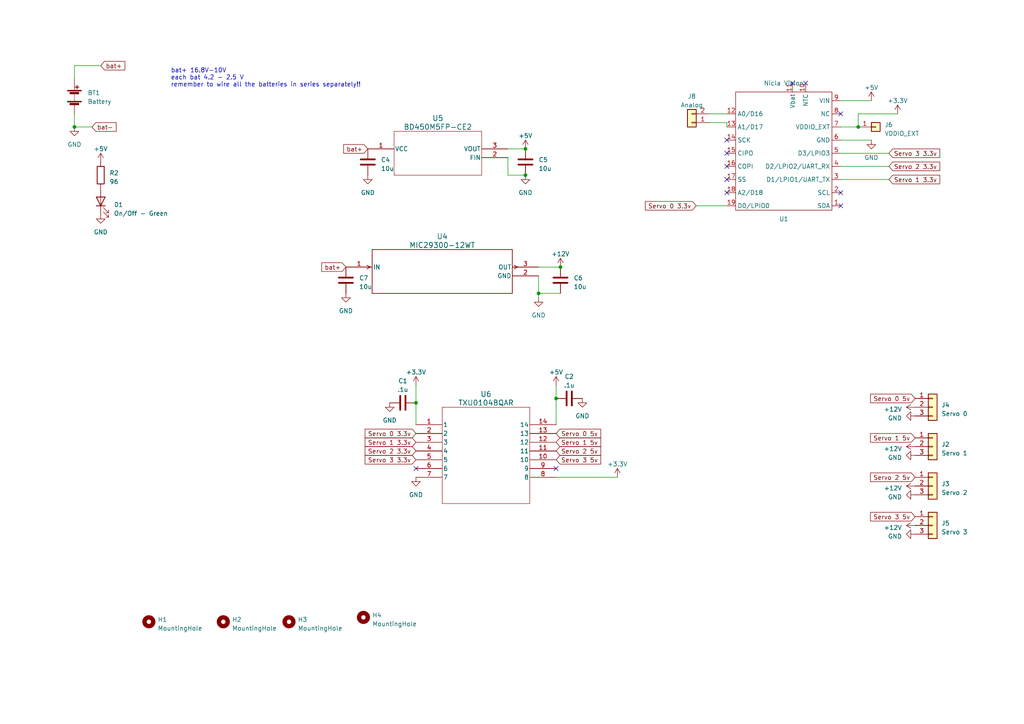
<source format=kicad_sch>
(kicad_sch (version 20231120) (generator "eeschema") (generator_version "8.0")
  (paper "A4")
  (lib_symbols
    (symbol "BD450M5FP:BD450M5FP-CE2" (pin_names (offset 0.254))
      (property "Reference" "U5" (at 20.32 8.89 0))
      (property "Value" "BD450M5FP-CE2" (at 20.32 6.35 0))
      (symbol "BD450M5FP-CE2_0_1"
        (polyline (pts (xy 7.62 -7.62) (xy 33.02 -7.62)) (stroke (width 0.127)))
        (polyline (pts (xy 7.62 5.08) (xy 7.62 -7.62)) (stroke (width 0.127)))
        (polyline (pts (xy 33.02 -7.62) (xy 33.02 5.08)) (stroke (width 0.127)))
        (polyline (pts (xy 33.02 5.08) (xy 7.62 5.08)) (stroke (width 0.127)))
        (pin power_in line (at 0 0 0) (length 7.62) (name "VCC") (number "1"))
        (pin power_in line (at 40.64 -2.54 180) (length 7.62) (name "FIN") (number "2"))
        (pin output line (at 40.64 0 180) (length 7.62) (name "VOUT") (number "3"))
      )
    )
    (symbol "Connector_Generic:Conn_01x01" (pin_names (offset 1.016) hide)
      (property "Reference" "J" (at 0 2.54 0))
      (property "Value" "Conn_01x01" (at 0 -2.54 0))
      (symbol "Conn_01x01_1_1"
        (rectangle (start -1.27 0.127) (end 0 -0.127) (stroke (width 0.1524)))
        (rectangle (start -1.27 1.27) (end 1.27 -1.27) (stroke (width 0.254)) (fill (type background)))
        (pin passive line (at -5.08 0 0) (length 3.81) (name "Pin_1") (number "1"))
      )
    )
    (symbol "Connector_Generic:Conn_01x02" (pin_names (offset 1.016) hide)
      (property "Reference" "J" (at 0 2.54 0))
      (property "Value" "Conn_01x02" (at 0 -5.08 0))
      (symbol "Conn_01x02_1_1"
        (rectangle (start -1.27 -2.413) (end 0 -2.667) (stroke (width 0.1524)))
        (rectangle (start -1.27 0.127) (end 0 -0.127) (stroke (width 0.1524)))
        (rectangle (start -1.27 1.27) (end 1.27 -3.81) (stroke (width 0.254)) (fill (type background)))
        (pin passive line (at -5.08 0 0) (length 3.81) (name "Pin_1") (number "1"))
        (pin passive line (at -5.08 -2.54 0) (length 3.81) (name "Pin_2") (number "2"))
      )
    )
    (symbol "Connector_Generic:Conn_01x03" (pin_names (offset 1.016) hide)
      (property "Reference" "J" (at 0 5.08 0))
      (property "Value" "Conn_01x03" (at 0 -5.08 0))
      (symbol "Conn_01x03_1_1"
        (rectangle (start -1.27 -2.413) (end 0 -2.667) (stroke (width 0.1524)))
        (rectangle (start -1.27 0.127) (end 0 -0.127) (stroke (width 0.1524)))
        (rectangle (start -1.27 2.667) (end 0 2.413) (stroke (width 0.1524)))
        (rectangle (start -1.27 3.81) (end 1.27 -3.81) (stroke (width 0.254)) (fill (type background)))
        (pin passive line (at -5.08 2.54 0) (length 3.81) (name "Pin_1") (number "1"))
        (pin passive line (at -5.08 0 0) (length 3.81) (name "Pin_2") (number "2"))
        (pin passive line (at -5.08 -2.54 0) (length 3.81) (name "Pin_3") (number "3"))
      )
    )
    (symbol "Device:Battery" (pin_numbers hide) (pin_names (offset 0) hide)
      (property "Reference" "BT" (at 2.54 2.54 0))
      (property "Value" "Battery" (at 2.54 0 0))
      (symbol "Battery_0_1"
        (rectangle (start -2.032 -1.397) (end 2.032 -1.651) (fill (type outline)))
        (rectangle (start -2.032 1.778) (end 2.032 1.524) (fill (type outline)))
        (rectangle (start -1.3208 -1.9812) (end 1.27 -2.4892) (fill (type outline)))
        (rectangle (start -1.3208 1.1938) (end 1.27 0.6858) (fill (type outline)))
        (polyline (pts (xy 0 -1.524) (xy 0 -1.27)))
        (polyline (pts (xy 0 -1.016) (xy 0 -0.762)))
        (polyline (pts (xy 0 -0.508) (xy 0 -0.254)))
        (polyline (pts (xy 0 0) (xy 0 0.254)))
        (polyline (pts (xy 0 0.508) (xy 0 0.762)))
        (polyline (pts (xy 0 1.778) (xy 0 2.54)))
        (polyline (pts (xy 0.254 2.667) (xy 1.27 2.667)) (stroke (width 0.254)))
        (polyline (pts (xy 0.762 3.175) (xy 0.762 2.159)) (stroke (width 0.254)))
      )
      (symbol "Battery_1_1"
        (pin passive line (at 0 5.08 270) (length 2.54) (name "+") (number "1"))
        (pin passive line (at 0 -5.08 90) (length 2.54) (name "-") (number "2"))
      )
    )
    (symbol "Device:C" (pin_numbers hide) (pin_names (offset 0.254))
      (property "Reference" "C" (at 0.635 2.54 0))
      (property "Value" "C" (at 0.635 -2.54 0))
      (symbol "C_0_1"
        (polyline (pts (xy -2.032 -0.762) (xy 2.032 -0.762)) (stroke (width 0.508)))
        (polyline (pts (xy -2.032 0.762) (xy 2.032 0.762)) (stroke (width 0.508)))
      )
      (symbol "C_1_1"
        (pin passive line (at 0 3.81 270) (length 2.794) (name "~") (number "1"))
        (pin passive line (at 0 -3.81 90) (length 2.794) (name "~") (number "2"))
      )
    )
    (symbol "Device:LED" (pin_numbers hide) (pin_names (offset 1.016) hide)
      (property "Reference" "D" (at 0 2.54 0))
      (property "Value" "LED" (at 0 -2.54 0))
      (symbol "LED_0_1"
        (polyline (pts (xy -1.27 -1.27) (xy -1.27 1.27)) (stroke (width 0.254)))
        (polyline (pts (xy -1.27 0) (xy 1.27 0)))
        (polyline (pts (xy 1.27 -1.27) (xy 1.27 1.27) (xy -1.27 0) (xy 1.27 -1.27)) (stroke (width 0.254)))
        (polyline (pts (xy -3.048 -0.762) (xy -4.572 -2.286) (xy -3.81 -2.286) (xy -4.572 -2.286) (xy -4.572 -1.524)))
        (polyline (pts (xy -1.778 -0.762) (xy -3.302 -2.286) (xy -2.54 -2.286) (xy -3.302 -2.286) (xy -3.302 -1.524)))
      )
      (symbol "LED_1_1"
        (pin passive line (at -3.81 0 0) (length 2.54) (name "K") (number "1"))
        (pin passive line (at 3.81 0 180) (length 2.54) (name "A") (number "2"))
      )
    )
    (symbol "Device:R" (pin_numbers hide) (pin_names (offset 0))
      (property "Reference" "R" (at 2.032 0 90))
      (property "Value" "R" (at 0 0 90))
      (symbol "R_0_1"
        (rectangle (start -1.016 -2.54) (end 1.016 2.54) (stroke (width 0.254)))
      )
      (symbol "R_1_1"
        (pin passive line (at 0 3.81 270) (length 1.27) (name "~") (number "1"))
        (pin passive line (at 0 -3.81 90) (length 1.27) (name "~") (number "2"))
      )
    )
    (symbol "MIC29300-12WT:MIC29300-12WT" (pin_names (offset 0.254))
      (property "Reference" "U" (at 27.94 10.16 0))
      (property "Value" "MIC29300-12WT" (at 27.94 7.62 0))
      (symbol "MIC29300-12WT_0_1"
        (polyline (pts (xy 7.0993 0) (xy 6.0579 -0.5207)) (stroke (width 0.2032)))
        (polyline (pts (xy 7.0993 0) (xy 6.0579 0.5207)) (stroke (width 0.2032)))
        (polyline (pts (xy 7.62 -7.62) (xy 48.26 -7.62)) (stroke (width 0.2032)))
        (polyline (pts (xy 7.62 5.08) (xy 7.62 -7.62)) (stroke (width 0.2032)))
        (polyline (pts (xy 48.26 -7.62) (xy 48.26 5.08)) (stroke (width 0.2032)))
        (polyline (pts (xy 48.26 5.08) (xy 7.62 5.08)) (stroke (width 0.2032)))
        (polyline (pts (xy 48.7807 -0.5207) (xy 49.8221 0)) (stroke (width 0.2032)))
        (polyline (pts (xy 48.7807 0.5207) (xy 49.8221 0)) (stroke (width 0.2032)))
        (pin input line (at 0 0 0) (length 7.62) (name "IN") (number "1"))
        (pin power_in line (at 55.88 -2.54 180) (length 7.62) (name "GND") (number "2"))
        (pin output line (at 55.88 0 180) (length 7.62) (name "OUT") (number "3"))
      )
    )
    (symbol "Mechanical:MountingHole" (pin_names (offset 1.016))
      (property "Reference" "H" (at 0 5.08 0))
      (property "Value" "MountingHole" (at 0 3.175 0))
      (symbol "MountingHole_0_1"
        (circle (center 0 0) (radius 1.27) (stroke (width 1.27)))
      )
    )
    (symbol "Mini_rocket:Nicla_Vision"
      (property "Reference" "U" (at 0 0 0))
      (symbol "Nicla_Vision_0_1"
        (rectangle (start -13.97 -2.54) (end 13.97 -36.83))
      )
      (symbol "Nicla_Vision_1_1"
        (pin bidirectional line (at 16.51 -35.56 180) (length 2.54) (name "SDA") (number "1"))
        (pin passive line (at 6.35 0 270) (length 2.54) (name "NTC") (number "10"))
        (pin power_in line (at 2.54 0 270) (length 2.54) (name "Vbat") (number "11"))
        (pin bidirectional line (at -16.51 -8.89 0) (length 2.54) (name "A0/D16") (number "12"))
        (pin bidirectional line (at -16.51 -12.7 0) (length 2.54) (name "A1/D17") (number "13"))
        (pin bidirectional line (at -16.51 -16.51 0) (length 2.54) (name "SCK") (number "14"))
        (pin bidirectional line (at -16.51 -20.32 0) (length 2.54) (name "CIPO") (number "15"))
        (pin bidirectional line (at -16.51 -24.13 0) (length 2.54) (name "COPI") (number "16"))
        (pin bidirectional line (at -16.51 -27.94 0) (length 2.54) (name "SS") (number "17"))
        (pin bidirectional line (at -16.51 -31.75 0) (length 2.54) (name "A2/D18") (number "18"))
        (pin bidirectional line (at -16.51 -35.56 0) (length 2.54) (name "D0/LPIO0") (number "19"))
        (pin bidirectional line (at 16.51 -31.75 180) (length 2.54) (name "SCL") (number "2"))
        (pin bidirectional line (at 16.51 -27.94 180) (length 2.54) (name "D1/LPIO1/UART_TX") (number "3"))
        (pin bidirectional line (at 16.51 -24.13 180) (length 2.54) (name "D2/LPIO2/UART_RX") (number "4"))
        (pin bidirectional line (at 16.51 -20.32 180) (length 2.54) (name "D3/LPIO3") (number "5"))
        (pin power_in line (at 16.51 -16.51 180) (length 2.54) (name "GND") (number "6"))
        (pin power_out line (at 16.51 -12.7 180) (length 2.54) (name "VDDIO_EXT") (number "7"))
        (pin passive line (at 16.51 -8.89 180) (length 2.54) (name "NC") (number "8"))
        (pin power_in line (at 16.51 -5.08 180) (length 2.54) (name "VIN") (number "9"))
      )
    )
    (symbol "TXU0104BQAR:TXU0104BQAR" (pin_names (offset 0.254))
      (property "Reference" "U6" (at 20.32 8.89 0))
      (property "Value" "TXU0104BQAR" (at 20.32 6.35 0))
      (symbol "TXU0104BQAR_0_1"
        (polyline (pts (xy 7.62 -22.86) (xy 33.02 -22.86)) (stroke (width 0.127)))
        (polyline (pts (xy 7.62 5.08) (xy 7.62 -22.86)) (stroke (width 0.127)))
        (polyline (pts (xy 33.02 -22.86) (xy 33.02 5.08)) (stroke (width 0.127)))
        (polyline (pts (xy 33.02 5.08) (xy 7.62 5.08)) (stroke (width 0.127)))
        (pin unspecified line (at 0 0 0) (length 7.62) (name "1") (number "1"))
        (pin unspecified line (at 40.64 -10.16 180) (length 7.62) (name "10") (number "10"))
        (pin unspecified line (at 40.64 -7.62 180) (length 7.62) (name "11") (number "11"))
        (pin unspecified line (at 40.64 -5.08 180) (length 7.62) (name "12") (number "12"))
        (pin unspecified line (at 40.64 -2.54 180) (length 7.62) (name "13") (number "13"))
        (pin unspecified line (at 40.64 0 180) (length 7.62) (name "14") (number "14"))
        (pin unspecified line (at 0 -2.54 0) (length 7.62) (name "2") (number "2"))
        (pin unspecified line (at 0 -5.08 0) (length 7.62) (name "3") (number "3"))
        (pin unspecified line (at 0 -7.62 0) (length 7.62) (name "4") (number "4"))
        (pin unspecified line (at 0 -10.16 0) (length 7.62) (name "5") (number "5"))
        (pin unspecified line (at 0 -12.7 0) (length 7.62) (name "6") (number "6"))
        (pin unspecified line (at 0 -15.24 0) (length 7.62) (name "7") (number "7"))
        (pin unspecified line (at 40.64 -15.24 180) (length 7.62) (name "8") (number "8"))
        (pin unspecified line (at 40.64 -12.7 180) (length 7.62) (name "9") (number "9"))
      )
    )
    (symbol "power:+12V" (power) (pin_names (offset 0))
      (property "Value" "+12V" (at 0 3.556 0))
      (symbol "+12V_0_1"
        (polyline (pts (xy -0.762 1.27) (xy 0 2.54)))
        (polyline (pts (xy 0 0) (xy 0 2.54)))
        (polyline (pts (xy 0 2.54) (xy 0.762 1.27)))
      )
      (symbol "+12V_1_1"
        (pin power_in line (at 0 0 90) (length 0) hide (name "+12V") (number "1"))
      )
    )
    (symbol "power:+3.3V" (power) (pin_names (offset 0))
      (property "Value" "+3.3V" (at 0 3.556 0))
      (symbol "+3.3V_0_1"
        (polyline (pts (xy -0.762 1.27) (xy 0 2.54)))
        (polyline (pts (xy 0 0) (xy 0 2.54)))
        (polyline (pts (xy 0 2.54) (xy 0.762 1.27)))
      )
      (symbol "+3.3V_1_1"
        (pin power_in line (at 0 0 90) (length 0) hide (name "+3.3V") (number "1"))
      )
    )
    (symbol "power:+5V" (power) (pin_names (offset 0))
      (property "Value" "+5V" (at 0 3.556 0))
      (symbol "+5V_0_1"
        (polyline (pts (xy -0.762 1.27) (xy 0 2.54)))
        (polyline (pts (xy 0 0) (xy 0 2.54)))
        (polyline (pts (xy 0 2.54) (xy 0.762 1.27)))
      )
      (symbol "+5V_1_1"
        (pin power_in line (at 0 0 90) (length 0) hide (name "+5V") (number "1"))
      )
    )
    (symbol "power:GND" (power) (pin_names (offset 0))
      (property "Value" "GND" (at 0 -3.81 0))
      (symbol "GND_0_1"
        (polyline (pts (xy 0 0) (xy 0 -1.27) (xy 1.27 -1.27) (xy 0 -2.54) (xy -1.27 -1.27) (xy 0 -1.27)))
      )
      (symbol "GND_1_1"
        (pin power_in line (at 0 0 270) (length 0) hide (name "GND") (number "1"))
      )
    )
  )
  (junction (at 156.21 85.09))
  (junction (at 120.65 116.84))
  (junction (at 161.29 115.57))
  (junction (at 152.4 43.18))
  (junction (at 162.56 77.47))
  (junction (at 248.92 36.83))
  (junction (at 152.4 50.8))
  (junction (at 21.59 36.83))
  (no_connect (at 243.84 33.02))
  (no_connect (at 210.82 52.07))
  (no_connect (at 210.82 40.64))
  (no_connect (at 120.65 135.89))
  (no_connect (at 229.87 24.13))
  (no_connect (at 210.82 44.45))
  (no_connect (at 210.82 55.88))
  (no_connect (at 161.29 135.89))
  (no_connect (at 233.68 24.13))
  (no_connect (at 243.84 59.69))
  (no_connect (at 210.82 48.26))
  (no_connect (at 243.84 55.88))
  (wire (pts (xy 156.21 77.47) (xy 162.56 77.47)))
  (wire (pts (xy 205.74 35.56) (xy 210.82 35.56)))
  (wire (pts (xy 210.82 35.56) (xy 210.82 36.83)))
  (wire (pts (xy 205.74 33.02) (xy 210.82 33.02)))
  (wire (pts (xy 248.92 36.83) (xy 248.92 33.02)))
  (wire (pts (xy 21.59 36.83) (xy 26.67 36.83)))
  (wire (pts (xy 156.21 85.09) (xy 162.56 85.09)))
  (wire (pts (xy 161.29 111.76) (xy 161.29 115.57)))
  (wire (pts (xy 21.59 19.05) (xy 21.59 22.86)))
  (wire (pts (xy 161.29 115.57) (xy 161.29 123.19)))
  (wire (pts (xy 243.84 29.21) (xy 252.73 29.21)))
  (wire (pts (xy 120.65 116.84) (xy 120.65 123.19)))
  (wire (pts (xy 243.84 52.07) (xy 257.81 52.07)))
  (wire (pts (xy 156.21 86.36) (xy 156.21 85.09)))
  (wire (pts (xy 161.29 138.43) (xy 179.07 138.43)))
  (wire (pts (xy 243.84 44.45) (xy 257.81 44.45)))
  (wire (pts (xy 248.92 33.02) (xy 260.35 33.02)))
  (wire (pts (xy 156.21 85.09) (xy 156.21 80.01)))
  (wire (pts (xy 147.32 45.72) (xy 147.32 50.8)))
  (wire (pts (xy 243.84 40.64) (xy 252.73 40.64)))
  (wire (pts (xy 147.32 50.8) (xy 152.4 50.8)))
  (wire (pts (xy 201.93 59.69) (xy 210.82 59.69)))
  (wire (pts (xy 120.65 111.76) (xy 120.65 116.84)))
  (wire (pts (xy 248.92 36.83) (xy 243.84 36.83)))
  (wire (pts (xy 21.59 19.05) (xy 29.21 19.05)))
  (wire (pts (xy 243.84 48.26) (xy 257.81 48.26)))
  (wire (pts (xy 147.32 43.18) (xy 152.4 43.18)))
  (wire (pts (xy 21.59 33.02) (xy 21.59 36.83)))
  (text "bat+ 16.8V-10V\neach bat 4.2 - 2.5 V\nremember to wire all the batteries in series separately!!" (at 49.53 25.4 0) (effects (font (size 1.27 1.27)) (justify left bottom)))
  (global_label "Servo 1 5v" (shape input) (at 161.29 128.27 0) (property "Intersheetrefs" "${INTERSHEET_REFS}" (effects (hide yes))))
  (global_label "bat+" (shape input) (at 100.33 77.47 180) (property "Intersheetrefs" "${INTERSHEET_REFS}" (effects (hide yes))))
  (global_label "Servo 2 5v" (shape input) (at 161.29 130.81 0) (property "Intersheetrefs" "${INTERSHEET_REFS}" (effects (hide yes))))
  (global_label "Servo 2 5v" (shape input) (at 265.43 138.43 180) (property "Intersheetrefs" "${INTERSHEET_REFS}" (effects (hide yes))))
  (global_label "Servo 1 3.3v" (shape input) (at 120.65 128.27 180) (property "Intersheetrefs" "${INTERSHEET_REFS}" (effects (hide yes))))
  (global_label "bat+" (shape input) (at 106.68 43.18 180) (property "Intersheetrefs" "${INTERSHEET_REFS}" (effects (hide yes))))
  (global_label "bat+" (shape input) (at 29.21 19.05 0) (property "Intersheetrefs" "${INTERSHEET_REFS}" (effects (hide yes))))
  (global_label "bat-" (shape input) (at 26.67 36.83 0) (property "Intersheetrefs" "${INTERSHEET_REFS}" (effects (hide yes))))
  (global_label "Servo 3 3.3v" (shape input) (at 257.81 44.45 0) (property "Intersheetrefs" "${INTERSHEET_REFS}" (effects (hide yes))))
  (global_label "Servo 0 5v" (shape input) (at 265.43 115.57 180) (property "Intersheetrefs" "${INTERSHEET_REFS}" (effects (hide yes))))
  (global_label "Servo 3 5v" (shape input) (at 265.43 149.86 180) (property "Intersheetrefs" "${INTERSHEET_REFS}" (effects (hide yes))))
  (global_label "Servo 2 3.3v" (shape input) (at 257.81 48.26 0) (property "Intersheetrefs" "${INTERSHEET_REFS}" (effects (hide yes))))
  (global_label "Servo 3 3.3v" (shape input) (at 120.65 133.35 180) (property "Intersheetrefs" "${INTERSHEET_REFS}" (effects (hide yes))))
  (global_label "Servo 0 3.3v" (shape input) (at 120.65 125.73 180) (property "Intersheetrefs" "${INTERSHEET_REFS}" (effects (hide yes))))
  (global_label "Servo 0 3.3v" (shape input) (at 201.93 59.69 180) (property "Intersheetrefs" "${INTERSHEET_REFS}" (effects (hide yes))))
  (global_label "Servo 0 5v" (shape input) (at 161.29 125.73 0) (property "Intersheetrefs" "${INTERSHEET_REFS}" (effects (hide yes))))
  (global_label "Servo 2 3.3v" (shape input) (at 120.65 130.81 180) (property "Intersheetrefs" "${INTERSHEET_REFS}" (effects (hide yes))))
  (global_label "Servo 1 3.3v" (shape input) (at 257.81 52.07 0) (property "Intersheetrefs" "${INTERSHEET_REFS}" (effects (hide yes))))
  (global_label "Servo 1 5v" (shape input) (at 265.43 127 180) (property "Intersheetrefs" "${INTERSHEET_REFS}" (effects (hide yes))))
  (global_label "Servo 3 5v" (shape input) (at 161.29 133.35 0) (property "Intersheetrefs" "${INTERSHEET_REFS}" (effects (hide yes))))
  (symbol (lib_id "power:GND") (at 106.68 50.8 0) (unit 1)
    (property "Reference" "#PWR04" (effects (hide yes)))
    (property "Value" "GND" (at 106.68 55.88 0))
  )
  (symbol (lib_id "power:GND") (at 156.21 86.36 0) (unit 1)
    (property "Reference" "#PWR07" (effects (hide yes)))
    (property "Value" "GND" (at 156.21 91.44 0))
  )
  (symbol (lib_id "Device:C") (at 116.84 116.84 90) (unit 1)
    (property "Reference" "C1" (at 116.84 110.49 90))
    (property "Value" ".1u" (at 116.84 113.03 90))
    (property "Footprint" "Capacitor_SMD:C_0603_1608Metric_Pad1.08x0.95mm_HandSolder" (effects (hide yes)))
  )
  (symbol (lib_id "power:GND") (at 29.21 62.23 0) (unit 1)
    (property "Reference" "#PWR08" (effects (hide yes)))
    (property "Value" "GND" (at 29.21 67.31 0))
  )
  (symbol (lib_id "power:GND") (at 265.43 120.65 270) (unit 1)
    (property "Reference" "#PWR011" (effects (hide yes)))
    (property "Value" "GND" (at 261.62 121.285 90) (effects (justify right)))
  )
  (symbol (lib_id "Mechanical:MountingHole") (at 43.18 180.34 0) (unit 1)
    (property "Reference" "H1" (at 45.72 179.705 0) (effects (justify left)))
    (property "Value" "MountingHole" (at 45.72 182.245 0) (effects (justify left)))
    (property "Footprint" "MountingHole:MountingHole_2.2mm_M2_DIN965" (effects (hide yes)))
  )
  (symbol (lib_id "Device:C") (at 100.33 81.28 0) (unit 1)
    (property "Reference" "C7" (at 104.14 80.645 0) (effects (justify left)))
    (property "Value" "10u" (at 104.14 83.185 0) (effects (justify left)))
    (property "Footprint" "Capacitor_SMD:C_0805_2012Metric_Pad1.18x1.45mm_HandSolder" (effects (hide yes)))
  )
  (symbol (lib_id "TXU0104BQAR:TXU0104BQAR") (at 120.65 123.19 0) (unit 1)
    (property "Reference" "U6" (at 140.97 114.3 0) (effects (font (size 1.524 1.524))))
    (property "Value" "TXU0104BQAR" (at 140.97 116.84 0) (effects (font (size 1.524 1.524))))
    (property "Footprint" "Package_SO:HTSSOP-14-1EP_4.4x5mm_P0.65mm_EP3.4x5mm_Mask3x3.1mm" (effects (hide yes)))
    (property "Datasheet" "TXU0104BQAR" (effects (hide yes)))
  )
  (symbol (lib_id "power:GND") (at 21.59 36.83 0) (unit 1)
    (property "Reference" "#PWR026" (effects (hide yes)))
    (property "Value" "GND" (at 21.59 41.91 0))
  )
  (symbol (lib_id "power:GND") (at 265.43 154.94 270) (unit 1)
    (property "Reference" "#PWR017" (effects (hide yes)))
    (property "Value" "GND" (at 261.62 155.575 90) (effects (justify right)))
  )
  (symbol (lib_id "power:+12V") (at 265.43 140.97 90) (unit 1)
    (property "Reference" "#PWR014" (effects (hide yes)))
    (property "Value" "+12V" (at 261.62 141.605 90) (effects (justify left)))
  )
  (symbol (lib_id "power:+12V") (at 265.43 118.11 90) (unit 1)
    (property "Reference" "#PWR010" (effects (hide yes)))
    (property "Value" "+12V" (at 261.62 118.745 90) (effects (justify left)))
  )
  (symbol (lib_id "power:+5V") (at 152.4 43.18 0) (unit 1)
    (property "Reference" "#PWR05" (effects (hide yes)))
    (property "Value" "+5V" (at 152.4 39.37 0))
  )
  (symbol (lib_id "power:GND") (at 168.91 115.57 0) (unit 1)
    (property "Reference" "#PWR021" (effects (hide yes)))
    (property "Value" "GND" (at 168.91 120.65 0))
  )
  (symbol (lib_id "power:+5V") (at 29.21 46.99 0) (unit 1)
    (property "Reference" "#PWR09" (effects (hide yes)))
    (property "Value" "+5V" (at 29.21 43.18 0))
  )
  (symbol (lib_id "power:+5V") (at 252.73 29.21 0) (unit 1)
    (property "Reference" "#PWR01" (effects (hide yes)))
    (property "Value" "+5V" (at 252.73 25.4 0))
  )
  (symbol (lib_id "BD450M5FP:BD450M5FP-CE2") (at 106.68 43.18 0) (unit 1)
    (property "Reference" "U5" (at 127 34.29 0) (effects (font (size 1.524 1.524))))
    (property "Value" "BD450M5FP-CE2" (at 127 36.83 0) (effects (font (size 1.524 1.524))))
    (property "Footprint" "BD450M5FP:TO252-3_ROM" (effects (hide yes)))
    (property "Datasheet" "BD450M5FP-CE2" (effects (hide yes)))
  )
  (symbol (lib_id "Connector_Generic:Conn_01x03") (at 270.51 129.54 0) (unit 1)
    (property "Reference" "J2" (at 273.05 128.905 0) (effects (justify left)))
    (property "Value" "Servo 1" (at 273.05 131.445 0) (effects (justify left)))
    (property "Footprint" "Connector_PinHeader_2.54mm:PinHeader_1x03_P2.54mm_Vertical" (effects (hide yes)))
  )
  (symbol (lib_id "power:GND") (at 252.73 40.64 0) (unit 1)
    (property "Reference" "#PWR02" (effects (hide yes)))
    (property "Value" "GND" (at 252.73 45.72 0))
  )
  (symbol (lib_id "Device:C") (at 106.68 46.99 0) (unit 1)
    (property "Reference" "C4" (at 110.49 46.355 0) (effects (justify left)))
    (property "Value" "10u" (at 110.49 48.895 0) (effects (justify left)))
    (property "Footprint" "Capacitor_SMD:C_0805_2012Metric_Pad1.18x1.45mm_HandSolder" (effects (hide yes)))
  )
  (symbol (lib_id "Connector_Generic:Conn_01x02") (at 200.66 35.56 180) (unit 1)
    (property "Reference" "J8" (at 200.66 27.94 0))
    (property "Value" "Analog" (at 200.66 30.48 0))
    (property "Footprint" "Connector_PinHeader_2.54mm:PinHeader_1x02_P2.54mm_Vertical" (effects (hide yes)))
  )
  (symbol (lib_id "Connector_Generic:Conn_01x03") (at 270.51 152.4 0) (unit 1)
    (property "Reference" "J5" (at 273.05 151.765 0) (effects (justify left)))
    (property "Value" "Servo 3" (at 273.05 154.305 0) (effects (justify left)))
    (property "Footprint" "Connector_PinHeader_2.54mm:PinHeader_1x03_P2.54mm_Vertical" (effects (hide yes)))
  )
  (symbol (lib_id "power:+3.3V") (at 120.65 111.76 0) (unit 1)
    (property "Reference" "#PWR022" (effects (hide yes)))
    (property "Value" "+3.3V" (at 120.65 107.95 0))
  )
  (symbol (lib_id "Connector_Generic:Conn_01x03") (at 270.51 140.97 0) (unit 1)
    (property "Reference" "J3" (at 273.05 140.335 0) (effects (justify left)))
    (property "Value" "Servo 2" (at 273.05 142.875 0) (effects (justify left)))
    (property "Footprint" "Connector_PinHeader_2.54mm:PinHeader_1x03_P2.54mm_Vertical" (effects (hide yes)))
  )
  (symbol (lib_id "Device:C") (at 165.1 115.57 90) (unit 1)
    (property "Reference" "C2" (at 165.1 109.22 90))
    (property "Value" ".1u" (at 165.1 111.76 90))
    (property "Footprint" "Capacitor_SMD:C_0603_1608Metric_Pad1.08x0.95mm_HandSolder" (effects (hide yes)))
  )
  (symbol (lib_id "Mini_rocket:Nicla_Vision") (at 227.33 24.13 0) (unit 1)
    (property "Reference" "U1" (at 227.33 63.5 0))
    (property "Value" "Nicla Vision" (at 227.33 24.13 0))
    (property "Footprint" "rocket_footprints:Nicla Vision" (effects (hide yes)))
  )
  (symbol (lib_id "MIC29300-12WT:MIC29300-12WT") (at 100.33 77.47 0) (unit 1)
    (property "Reference" "U4" (at 128.27 68.58 0) (effects (font (size 1.524 1.524))))
    (property "Value" "MIC29300-12WT" (at 128.27 71.12 0) (effects (font (size 1.524 1.524))))
    (property "Footprint" "rocket_footprints:TO-220-3_MCL" (effects (hide yes)))
    (property "Datasheet" "MIC29300-12WT" (effects (hide yes)))
  )
  (symbol (lib_id "Device:C") (at 162.56 81.28 0) (unit 1)
    (property "Reference" "C6" (at 166.37 80.645 0) (effects (justify left)))
    (property "Value" "10u" (at 166.37 83.185 0) (effects (justify left)))
    (property "Footprint" "Capacitor_SMD:C_0805_2012Metric_Pad1.18x1.45mm_HandSolder" (effects (hide yes)))
  )
  (symbol (lib_id "Device:LED") (at 29.21 58.42 90) (unit 1)
    (property "Reference" "D1" (at 33.02 59.3725 90) (effects (justify right)))
    (property "Value" "On/Off - Green" (at 33.02 61.9125 90) (effects (justify right)))
    (property "Footprint" "LED_SMD:LED_0805_2012Metric_Pad1.15x1.40mm_HandSolder" (effects (hide yes)))
  )
  (symbol (lib_id "power:+3.3V") (at 260.35 33.02 0) (unit 1)
    (property "Reference" "#PWR024" (effects (hide yes)))
    (property "Value" "+3.3V" (at 260.35 29.21 0))
  )
  (symbol (lib_id "Mechanical:MountingHole") (at 64.77 180.34 0) (unit 1)
    (property "Reference" "H2" (at 67.31 179.705 0) (effects (justify left)))
    (property "Value" "MountingHole" (at 67.31 182.245 0) (effects (justify left)))
    (property "Footprint" "MountingHole:MountingHole_2.2mm_M2_DIN965" (effects (hide yes)))
  )
  (symbol (lib_id "Connector_Generic:Conn_01x03") (at 270.51 118.11 0) (unit 1)
    (property "Reference" "J4" (at 273.05 117.475 0) (effects (justify left)))
    (property "Value" "Servo 0" (at 273.05 120.015 0) (effects (justify left)))
    (property "Footprint" "Connector_PinHeader_2.54mm:PinHeader_1x03_P2.54mm_Vertical" (effects (hide yes)))
  )
  (symbol (lib_id "power:+12V") (at 162.56 77.47 0) (unit 1)
    (property "Reference" "#PWR06" (effects (hide yes)))
    (property "Value" "+12V" (at 162.56 73.66 0))
  )
  (symbol (lib_id "power:GND") (at 120.65 138.43 0) (unit 1)
    (property "Reference" "#PWR019" (effects (hide yes)))
    (property "Value" "GND" (at 120.65 143.51 0))
  )
  (symbol (lib_id "Device:Battery") (at 21.59 27.94 0) (unit 1)
    (property "Reference" "BT1" (at 25.4 26.924 0) (effects (justify left)))
    (property "Value" "Battery" (at 25.4 29.464 0) (effects (justify left)))
    (property "Footprint" "Connector_PinHeader_2.54mm:PinHeader_1x02_P2.54mm_Vertical" (effects (hide yes)))
  )
  (symbol (lib_id "Mechanical:MountingHole") (at 105.41 179.07 0) (unit 1)
    (property "Reference" "H4" (at 107.95 178.435 0) (effects (justify left)))
    (property "Value" "MountingHole" (at 107.95 180.975 0) (effects (justify left)))
    (property "Footprint" "MountingHole:MountingHole_2.2mm_M2_DIN965" (effects (hide yes)))
  )
  (symbol (lib_id "power:+3.3V") (at 179.07 138.43 0) (unit 1)
    (property "Reference" "#PWR025" (effects (hide yes)))
    (property "Value" "+3.3V" (at 179.07 134.62 0))
  )
  (symbol (lib_id "power:+12V") (at 265.43 152.4 90) (unit 1)
    (property "Reference" "#PWR016" (effects (hide yes)))
    (property "Value" "+12V" (at 261.62 153.035 90) (effects (justify left)))
  )
  (symbol (lib_id "power:+5V") (at 161.29 111.76 0) (unit 1)
    (property "Reference" "#PWR020" (effects (hide yes)))
    (property "Value" "+5V" (at 161.29 107.95 0))
  )
  (symbol (lib_id "Device:R") (at 29.21 50.8 0) (unit 1)
    (property "Reference" "R2" (at 31.75 50.165 0) (effects (justify left)))
    (property "Value" "96" (at 31.75 52.705 0) (effects (justify left)))
    (property "Footprint" "Resistor_SMD:R_0603_1608Metric_Pad0.98x0.95mm_HandSolder" (effects (hide yes)))
  )
  (symbol (lib_id "power:GND") (at 265.43 132.08 270) (unit 1)
    (property "Reference" "#PWR013" (effects (hide yes)))
    (property "Value" "GND" (at 261.62 132.715 90) (effects (justify right)))
  )
  (symbol (lib_id "power:+12V") (at 265.43 129.54 90) (unit 1)
    (property "Reference" "#PWR012" (effects (hide yes)))
    (property "Value" "+12V" (at 261.62 130.175 90) (effects (justify left)))
  )
  (symbol (lib_id "Mechanical:MountingHole") (at 83.82 180.34 0) (unit 1)
    (property "Reference" "H3" (at 86.36 179.705 0) (effects (justify left)))
    (property "Value" "MountingHole" (at 86.36 182.245 0) (effects (justify left)))
    (property "Footprint" "MountingHole:MountingHole_2.2mm_M2_DIN965" (effects (hide yes)))
  )
  (symbol (lib_id "power:GND") (at 265.43 143.51 270) (unit 1)
    (property "Reference" "#PWR015" (effects (hide yes)))
    (property "Value" "GND" (at 261.62 144.145 90) (effects (justify right)))
  )
  (symbol (lib_id "Device:C") (at 152.4 46.99 0) (unit 1)
    (property "Reference" "C5" (at 156.21 46.355 0) (effects (justify left)))
    (property "Value" "10u" (at 156.21 48.895 0) (effects (justify left)))
    (property "Footprint" "Capacitor_SMD:C_0805_2012Metric_Pad1.18x1.45mm_HandSolder" (effects (hide yes)))
  )
  (symbol (lib_id "power:GND") (at 152.4 50.8 0) (unit 1)
    (property "Reference" "#PWR03" (effects (hide yes)))
    (property "Value" "GND" (at 152.4 55.88 0))
  )
  (symbol (lib_id "power:GND") (at 113.03 116.84 0) (unit 1)
    (property "Reference" "#PWR023" (effects (hide yes)))
    (property "Value" "GND" (at 113.03 121.92 0))
  )
  (symbol (lib_id "power:GND") (at 100.33 85.09 0) (unit 1)
    (property "Reference" "#PWR018" (effects (hide yes)))
    (property "Value" "GND" (at 100.33 90.17 0))
  )
  (symbol (lib_id "Connector_Generic:Conn_01x01") (at 254 36.83 0) (unit 1)
    (property "Reference" "J6" (at 256.54 36.195 0) (effects (justify left)))
    (property "Value" "VDDIO_EXT" (at 256.54 38.735 0) (effects (justify left)))
    (property "Footprint" "Connector_PinHeader_2.54mm:PinHeader_1x01_P2.54mm_Vertical" (effects (hide yes)))
  )
)
</source>
